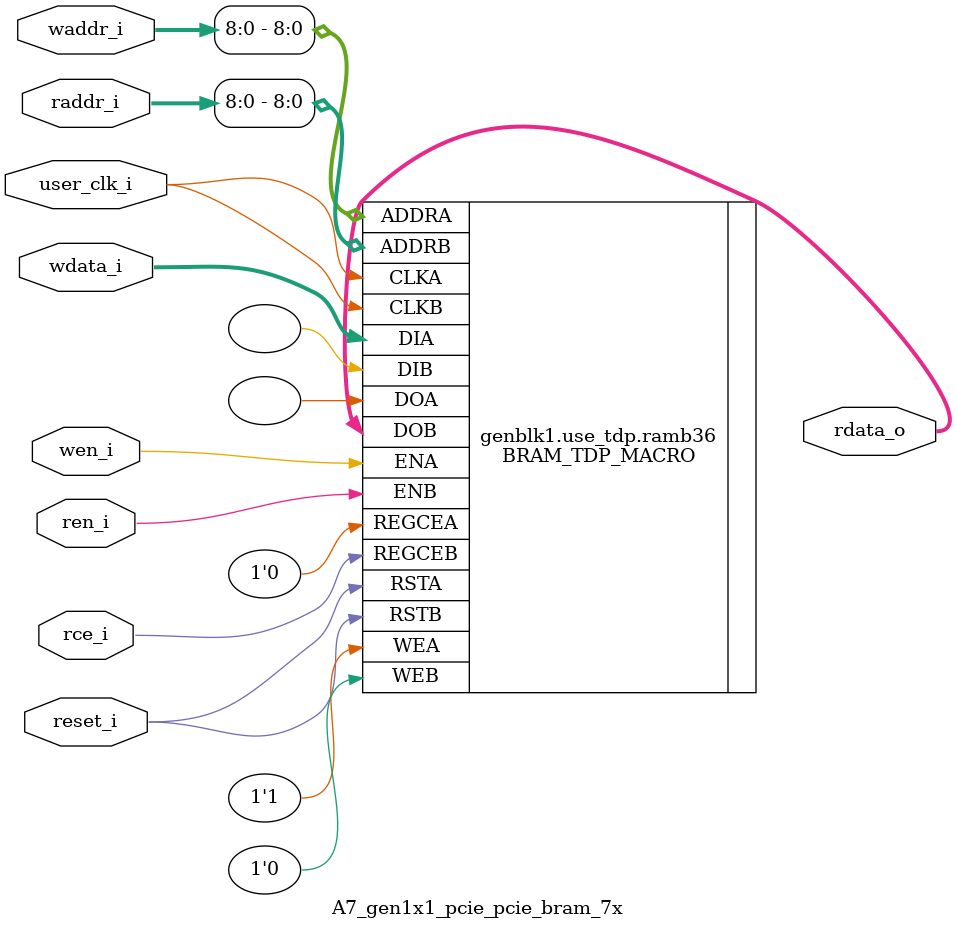
<source format=v>

`timescale 1ps/1ps

(* DowngradeIPIdentifiedWarnings = "yes" *)
module A7_gen1x1_pcie_pcie_bram_7x
  #(
    parameter [3:0]  LINK_CAP_MAX_LINK_SPEED = 4'h1,        // PCIe Link Speed : 1 - 2.5 GT/s; 2 - 5.0 GT/s
    parameter [5:0]  LINK_CAP_MAX_LINK_WIDTH = 6'h08,       // PCIe Link Width : 1 / 2 / 4 / 8
    parameter IMPL_TARGET = "HARD",                         // the implementation target : HARD, SOFT
    parameter DOB_REG = 0,                                  // 1 - use the output register;
                                                            // 0 - don't use the output register
    parameter WIDTH = 0                                     // supported WIDTH's : 4, 9, 18, 36 - uses RAMB36
                                                            //                     72 - uses RAMB36SDP
    )
    (
     input               user_clk_i,// user clock
     input               reset_i,   // bram reset

     input               wen_i,     // write enable
     input [12:0]        waddr_i,   // write address
     input [WIDTH - 1:0] wdata_i,   // write data

     input               ren_i,     // read enable
     input               rce_i,     // output register clock enable
     input [12:0]        raddr_i,   // read address

     output [WIDTH - 1:0] rdata_o   // read data
     );

   // map the address bits
   localparam ADDR_MSB = ((WIDTH == 4)  ? 12 :
                          (WIDTH == 9)  ? 11 :
                          (WIDTH == 18) ? 10 :
                          (WIDTH == 36) ?  9 :
                                           8
                          );

   // set the width of the tied off low address bits
   localparam ADDR_LO_BITS = ((WIDTH == 4)  ? 2 :
                              (WIDTH == 9)  ? 3 :
                              (WIDTH == 18) ? 4 :
                              (WIDTH == 36) ? 5 :
                                              0 // for WIDTH 72 use RAMB36SDP
                              );

   // map the data bits
   localparam D_MSB =  ((WIDTH == 4)  ?  3 :
                        (WIDTH == 9)  ?  7 :
                        (WIDTH == 18) ? 15 :
                        (WIDTH == 36) ? 31 :
                                        63
                        );

   // map the data parity bits
   localparam DP_LSB =  D_MSB + 1;

   localparam DP_MSB =  ((WIDTH == 4)  ? 4 :
                         (WIDTH == 9)  ? 8 :
                         (WIDTH == 18) ? 17 :
                         (WIDTH == 36) ? 35 :
                                         71
                        );

   localparam DPW = DP_MSB - DP_LSB + 1;
   localparam WRITE_MODE = ((WIDTH == 72) && (!((LINK_CAP_MAX_LINK_SPEED == 4'h2) && (LINK_CAP_MAX_LINK_WIDTH == 6'h08)))) ? "WRITE_FIRST" :
                           ((LINK_CAP_MAX_LINK_SPEED == 4'h2) && (LINK_CAP_MAX_LINK_WIDTH == 6'h08)) ? "WRITE_FIRST" : "NO_CHANGE";

   localparam DEVICE = (IMPL_TARGET == "HARD") ? "7SERIES" : "VIRTEX6";
   localparam BRAM_SIZE = "36Kb";

   localparam WE_WIDTH =(DEVICE == "VIRTEX5" || DEVICE == "VIRTEX6" || DEVICE == "7SERIES") ?
                            ((WIDTH <= 9) ? 1 :
                             (WIDTH > 9 && WIDTH <= 18) ? 2 :
                             (WIDTH > 18 && WIDTH <= 36) ? 4 :
                             (WIDTH > 36 && WIDTH <= 72) ? 8 :
                             (BRAM_SIZE == "18Kb") ? 4 : 8 ) : 8;

   //synthesis translate_off
   initial begin
      //$display("[%t] %m DOB_REG %0d WIDTH %0d ADDR_MSB %0d ADDR_LO_BITS %0d DP_MSB %0d DP_LSB %0d D_MSB %0d",
      //          $time, DOB_REG,   WIDTH,    ADDR_MSB,    ADDR_LO_BITS,    DP_MSB,    DP_LSB,    D_MSB);

      case (WIDTH)
        4,9,18,36,72:;
        default:
          begin
             $display("[%t] %m Error WIDTH %0d not supported", $time, WIDTH);
             $finish;
          end
      endcase // case (WIDTH)
   end
   //synthesis translate_on

   generate
   if ((LINK_CAP_MAX_LINK_WIDTH == 6'h08 && LINK_CAP_MAX_LINK_SPEED == 4'h2) || (WIDTH == 72)) begin : use_sdp
        BRAM_SDP_MACRO #(
               .DEVICE        (DEVICE),
               .BRAM_SIZE     (BRAM_SIZE),
               .DO_REG        (DOB_REG),
               .READ_WIDTH    (WIDTH),
               .WRITE_WIDTH   (WIDTH),
               .WRITE_MODE    (WRITE_MODE)
               )
        ramb36sdp(
               .DO             (rdata_o[WIDTH-1:0]),
               .DI             (wdata_i[WIDTH-1:0]),
               .RDADDR         (raddr_i[ADDR_MSB:0]),
               .RDCLK          (user_clk_i),
               .RDEN           (ren_i),
               .REGCE          (rce_i),
               .RST            (reset_i),
               .WE             ({WE_WIDTH{1'b1}}),
               .WRADDR         (waddr_i[ADDR_MSB:0]),
               .WRCLK          (user_clk_i),
               .WREN           (wen_i)
               );

    end  // block: use_sdp
    else if (WIDTH <= 36) begin : use_tdp
    // use RAMB36's if the width is 4, 9, 18, or 36
        BRAM_TDP_MACRO #(
               .DEVICE        (DEVICE),
               .BRAM_SIZE     (BRAM_SIZE),
               .DOA_REG       (0),
               .DOB_REG       (DOB_REG),
               .READ_WIDTH_A  (WIDTH),
               .READ_WIDTH_B  (WIDTH),
               .WRITE_WIDTH_A (WIDTH),
               .WRITE_WIDTH_B (WIDTH),
               .WRITE_MODE_A  (WRITE_MODE)
               )
        ramb36(
               .DOA            (),
               .DOB            (rdata_o[WIDTH-1:0]),
               .ADDRA          (waddr_i[ADDR_MSB:0]),
               .ADDRB          (raddr_i[ADDR_MSB:0]),
               .CLKA           (user_clk_i),
               .CLKB           (user_clk_i),
               .DIA            (wdata_i[WIDTH-1:0]),
               .DIB            ({WIDTH{1'b0}}),
               .ENA            (wen_i),
               .ENB            (ren_i),
               .REGCEA         (1'b0),
               .REGCEB         (rce_i),
               .RSTA           (reset_i),
               .RSTB           (reset_i),
               .WEA            ({WE_WIDTH{1'b1}}),
               .WEB            ({WE_WIDTH{1'b0}})
               );
   end // block: use_tdp
   endgenerate

endmodule // pcie_bram_7x


</source>
